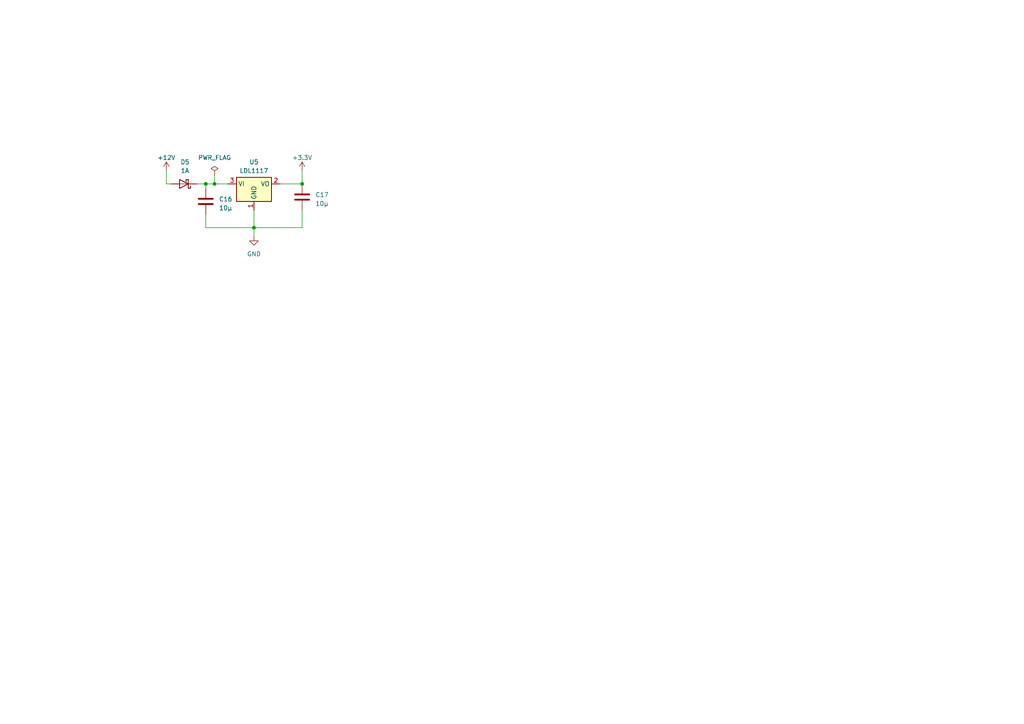
<source format=kicad_sch>
(kicad_sch
	(version 20231120)
	(generator "eeschema")
	(generator_version "8.0")
	(uuid "0d516a57-5151-48a4-bfe9-12c62db13a41")
	(paper "A4")
	(title_block
		(title "PDU FT24")
		(company "Nived Jayaprakash Nambiar ")
		(comment 1 "FasTTUBe Electronics")
	)
	(lib_symbols
		(symbol "Device:C"
			(pin_numbers hide)
			(pin_names
				(offset 0.254)
			)
			(exclude_from_sim no)
			(in_bom yes)
			(on_board yes)
			(property "Reference" "C"
				(at 0.635 2.54 0)
				(effects
					(font
						(size 1.27 1.27)
					)
					(justify left)
				)
			)
			(property "Value" "C"
				(at 0.635 -2.54 0)
				(effects
					(font
						(size 1.27 1.27)
					)
					(justify left)
				)
			)
			(property "Footprint" ""
				(at 0.9652 -3.81 0)
				(effects
					(font
						(size 1.27 1.27)
					)
					(hide yes)
				)
			)
			(property "Datasheet" "~"
				(at 0 0 0)
				(effects
					(font
						(size 1.27 1.27)
					)
					(hide yes)
				)
			)
			(property "Description" "Unpolarized capacitor"
				(at 0 0 0)
				(effects
					(font
						(size 1.27 1.27)
					)
					(hide yes)
				)
			)
			(property "ki_keywords" "cap capacitor"
				(at 0 0 0)
				(effects
					(font
						(size 1.27 1.27)
					)
					(hide yes)
				)
			)
			(property "ki_fp_filters" "C_*"
				(at 0 0 0)
				(effects
					(font
						(size 1.27 1.27)
					)
					(hide yes)
				)
			)
			(symbol "C_0_1"
				(polyline
					(pts
						(xy -2.032 -0.762) (xy 2.032 -0.762)
					)
					(stroke
						(width 0.508)
						(type default)
					)
					(fill
						(type none)
					)
				)
				(polyline
					(pts
						(xy -2.032 0.762) (xy 2.032 0.762)
					)
					(stroke
						(width 0.508)
						(type default)
					)
					(fill
						(type none)
					)
				)
			)
			(symbol "C_1_1"
				(pin passive line
					(at 0 3.81 270)
					(length 2.794)
					(name "~"
						(effects
							(font
								(size 1.27 1.27)
							)
						)
					)
					(number "1"
						(effects
							(font
								(size 1.27 1.27)
							)
						)
					)
				)
				(pin passive line
					(at 0 -3.81 90)
					(length 2.794)
					(name "~"
						(effects
							(font
								(size 1.27 1.27)
							)
						)
					)
					(number "2"
						(effects
							(font
								(size 1.27 1.27)
							)
						)
					)
				)
			)
		)
		(symbol "Device:D_Schottky"
			(pin_numbers hide)
			(pin_names
				(offset 1.016) hide)
			(exclude_from_sim no)
			(in_bom yes)
			(on_board yes)
			(property "Reference" "D"
				(at 0 2.54 0)
				(effects
					(font
						(size 1.27 1.27)
					)
				)
			)
			(property "Value" "D_Schottky"
				(at 0 -2.54 0)
				(effects
					(font
						(size 1.27 1.27)
					)
				)
			)
			(property "Footprint" ""
				(at 0 0 0)
				(effects
					(font
						(size 1.27 1.27)
					)
					(hide yes)
				)
			)
			(property "Datasheet" "~"
				(at 0 0 0)
				(effects
					(font
						(size 1.27 1.27)
					)
					(hide yes)
				)
			)
			(property "Description" "Schottky diode"
				(at 0 0 0)
				(effects
					(font
						(size 1.27 1.27)
					)
					(hide yes)
				)
			)
			(property "ki_keywords" "diode Schottky"
				(at 0 0 0)
				(effects
					(font
						(size 1.27 1.27)
					)
					(hide yes)
				)
			)
			(property "ki_fp_filters" "TO-???* *_Diode_* *SingleDiode* D_*"
				(at 0 0 0)
				(effects
					(font
						(size 1.27 1.27)
					)
					(hide yes)
				)
			)
			(symbol "D_Schottky_0_1"
				(polyline
					(pts
						(xy 1.27 0) (xy -1.27 0)
					)
					(stroke
						(width 0)
						(type default)
					)
					(fill
						(type none)
					)
				)
				(polyline
					(pts
						(xy 1.27 1.27) (xy 1.27 -1.27) (xy -1.27 0) (xy 1.27 1.27)
					)
					(stroke
						(width 0.254)
						(type default)
					)
					(fill
						(type none)
					)
				)
				(polyline
					(pts
						(xy -1.905 0.635) (xy -1.905 1.27) (xy -1.27 1.27) (xy -1.27 -1.27) (xy -0.635 -1.27) (xy -0.635 -0.635)
					)
					(stroke
						(width 0.254)
						(type default)
					)
					(fill
						(type none)
					)
				)
			)
			(symbol "D_Schottky_1_1"
				(pin passive line
					(at -3.81 0 0)
					(length 2.54)
					(name "K"
						(effects
							(font
								(size 1.27 1.27)
							)
						)
					)
					(number "1"
						(effects
							(font
								(size 1.27 1.27)
							)
						)
					)
				)
				(pin passive line
					(at 3.81 0 180)
					(length 2.54)
					(name "A"
						(effects
							(font
								(size 1.27 1.27)
							)
						)
					)
					(number "2"
						(effects
							(font
								(size 1.27 1.27)
							)
						)
					)
				)
			)
		)
		(symbol "Regulator_Linear:LD1117S33TR_SOT223"
			(exclude_from_sim no)
			(in_bom yes)
			(on_board yes)
			(property "Reference" "U"
				(at -3.81 3.175 0)
				(effects
					(font
						(size 1.27 1.27)
					)
				)
			)
			(property "Value" "LD1117S33TR_SOT223"
				(at 0 3.175 0)
				(effects
					(font
						(size 1.27 1.27)
					)
					(justify left)
				)
			)
			(property "Footprint" "Package_TO_SOT_SMD:SOT-223-3_TabPin2"
				(at 0 5.08 0)
				(effects
					(font
						(size 1.27 1.27)
					)
					(hide yes)
				)
			)
			(property "Datasheet" "http://www.st.com/st-web-ui/static/active/en/resource/technical/document/datasheet/CD00000544.pdf"
				(at 2.54 -6.35 0)
				(effects
					(font
						(size 1.27 1.27)
					)
					(hide yes)
				)
			)
			(property "Description" "800mA Fixed Low Drop Positive Voltage Regulator, Fixed Output 3.3V, SOT-223"
				(at 0 0 0)
				(effects
					(font
						(size 1.27 1.27)
					)
					(hide yes)
				)
			)
			(property "ki_keywords" "REGULATOR LDO 3.3V"
				(at 0 0 0)
				(effects
					(font
						(size 1.27 1.27)
					)
					(hide yes)
				)
			)
			(property "ki_fp_filters" "SOT?223*TabPin2*"
				(at 0 0 0)
				(effects
					(font
						(size 1.27 1.27)
					)
					(hide yes)
				)
			)
			(symbol "LD1117S33TR_SOT223_0_1"
				(rectangle
					(start -5.08 -5.08)
					(end 5.08 1.905)
					(stroke
						(width 0.254)
						(type default)
					)
					(fill
						(type background)
					)
				)
			)
			(symbol "LD1117S33TR_SOT223_1_1"
				(pin power_in line
					(at 0 -7.62 90)
					(length 2.54)
					(name "GND"
						(effects
							(font
								(size 1.27 1.27)
							)
						)
					)
					(number "1"
						(effects
							(font
								(size 1.27 1.27)
							)
						)
					)
				)
				(pin power_out line
					(at 7.62 0 180)
					(length 2.54)
					(name "VO"
						(effects
							(font
								(size 1.27 1.27)
							)
						)
					)
					(number "2"
						(effects
							(font
								(size 1.27 1.27)
							)
						)
					)
				)
				(pin power_in line
					(at -7.62 0 0)
					(length 2.54)
					(name "VI"
						(effects
							(font
								(size 1.27 1.27)
							)
						)
					)
					(number "3"
						(effects
							(font
								(size 1.27 1.27)
							)
						)
					)
				)
			)
		)
		(symbol "power:+12V"
			(power)
			(pin_names
				(offset 0)
			)
			(exclude_from_sim no)
			(in_bom yes)
			(on_board yes)
			(property "Reference" "#PWR"
				(at 0 -3.81 0)
				(effects
					(font
						(size 1.27 1.27)
					)
					(hide yes)
				)
			)
			(property "Value" "+12V"
				(at 0 3.556 0)
				(effects
					(font
						(size 1.27 1.27)
					)
				)
			)
			(property "Footprint" ""
				(at 0 0 0)
				(effects
					(font
						(size 1.27 1.27)
					)
					(hide yes)
				)
			)
			(property "Datasheet" ""
				(at 0 0 0)
				(effects
					(font
						(size 1.27 1.27)
					)
					(hide yes)
				)
			)
			(property "Description" "Power symbol creates a global label with name \"+12V\""
				(at 0 0 0)
				(effects
					(font
						(size 1.27 1.27)
					)
					(hide yes)
				)
			)
			(property "ki_keywords" "global power"
				(at 0 0 0)
				(effects
					(font
						(size 1.27 1.27)
					)
					(hide yes)
				)
			)
			(symbol "+12V_0_1"
				(polyline
					(pts
						(xy -0.762 1.27) (xy 0 2.54)
					)
					(stroke
						(width 0)
						(type default)
					)
					(fill
						(type none)
					)
				)
				(polyline
					(pts
						(xy 0 0) (xy 0 2.54)
					)
					(stroke
						(width 0)
						(type default)
					)
					(fill
						(type none)
					)
				)
				(polyline
					(pts
						(xy 0 2.54) (xy 0.762 1.27)
					)
					(stroke
						(width 0)
						(type default)
					)
					(fill
						(type none)
					)
				)
			)
			(symbol "+12V_1_1"
				(pin power_in line
					(at 0 0 90)
					(length 0) hide
					(name "+12V"
						(effects
							(font
								(size 1.27 1.27)
							)
						)
					)
					(number "1"
						(effects
							(font
								(size 1.27 1.27)
							)
						)
					)
				)
			)
		)
		(symbol "power:+3.3V"
			(power)
			(pin_names
				(offset 0)
			)
			(exclude_from_sim no)
			(in_bom yes)
			(on_board yes)
			(property "Reference" "#PWR"
				(at 0 -3.81 0)
				(effects
					(font
						(size 1.27 1.27)
					)
					(hide yes)
				)
			)
			(property "Value" "+3.3V"
				(at 0 3.556 0)
				(effects
					(font
						(size 1.27 1.27)
					)
				)
			)
			(property "Footprint" ""
				(at 0 0 0)
				(effects
					(font
						(size 1.27 1.27)
					)
					(hide yes)
				)
			)
			(property "Datasheet" ""
				(at 0 0 0)
				(effects
					(font
						(size 1.27 1.27)
					)
					(hide yes)
				)
			)
			(property "Description" "Power symbol creates a global label with name \"+3.3V\""
				(at 0 0 0)
				(effects
					(font
						(size 1.27 1.27)
					)
					(hide yes)
				)
			)
			(property "ki_keywords" "global power"
				(at 0 0 0)
				(effects
					(font
						(size 1.27 1.27)
					)
					(hide yes)
				)
			)
			(symbol "+3.3V_0_1"
				(polyline
					(pts
						(xy -0.762 1.27) (xy 0 2.54)
					)
					(stroke
						(width 0)
						(type default)
					)
					(fill
						(type none)
					)
				)
				(polyline
					(pts
						(xy 0 0) (xy 0 2.54)
					)
					(stroke
						(width 0)
						(type default)
					)
					(fill
						(type none)
					)
				)
				(polyline
					(pts
						(xy 0 2.54) (xy 0.762 1.27)
					)
					(stroke
						(width 0)
						(type default)
					)
					(fill
						(type none)
					)
				)
			)
			(symbol "+3.3V_1_1"
				(pin power_in line
					(at 0 0 90)
					(length 0) hide
					(name "+3.3V"
						(effects
							(font
								(size 1.27 1.27)
							)
						)
					)
					(number "1"
						(effects
							(font
								(size 1.27 1.27)
							)
						)
					)
				)
			)
		)
		(symbol "power:GND"
			(power)
			(pin_names
				(offset 0)
			)
			(exclude_from_sim no)
			(in_bom yes)
			(on_board yes)
			(property "Reference" "#PWR"
				(at 0 -6.35 0)
				(effects
					(font
						(size 1.27 1.27)
					)
					(hide yes)
				)
			)
			(property "Value" "GND"
				(at 0 -3.81 0)
				(effects
					(font
						(size 1.27 1.27)
					)
				)
			)
			(property "Footprint" ""
				(at 0 0 0)
				(effects
					(font
						(size 1.27 1.27)
					)
					(hide yes)
				)
			)
			(property "Datasheet" ""
				(at 0 0 0)
				(effects
					(font
						(size 1.27 1.27)
					)
					(hide yes)
				)
			)
			(property "Description" "Power symbol creates a global label with name \"GND\" , ground"
				(at 0 0 0)
				(effects
					(font
						(size 1.27 1.27)
					)
					(hide yes)
				)
			)
			(property "ki_keywords" "global power"
				(at 0 0 0)
				(effects
					(font
						(size 1.27 1.27)
					)
					(hide yes)
				)
			)
			(symbol "GND_0_1"
				(polyline
					(pts
						(xy 0 0) (xy 0 -1.27) (xy 1.27 -1.27) (xy 0 -2.54) (xy -1.27 -1.27) (xy 0 -1.27)
					)
					(stroke
						(width 0)
						(type default)
					)
					(fill
						(type none)
					)
				)
			)
			(symbol "GND_1_1"
				(pin power_in line
					(at 0 0 270)
					(length 0) hide
					(name "GND"
						(effects
							(font
								(size 1.27 1.27)
							)
						)
					)
					(number "1"
						(effects
							(font
								(size 1.27 1.27)
							)
						)
					)
				)
			)
		)
		(symbol "power:PWR_FLAG"
			(power)
			(pin_numbers hide)
			(pin_names
				(offset 0) hide)
			(exclude_from_sim no)
			(in_bom yes)
			(on_board yes)
			(property "Reference" "#FLG"
				(at 0 1.905 0)
				(effects
					(font
						(size 1.27 1.27)
					)
					(hide yes)
				)
			)
			(property "Value" "PWR_FLAG"
				(at 0 3.81 0)
				(effects
					(font
						(size 1.27 1.27)
					)
				)
			)
			(property "Footprint" ""
				(at 0 0 0)
				(effects
					(font
						(size 1.27 1.27)
					)
					(hide yes)
				)
			)
			(property "Datasheet" "~"
				(at 0 0 0)
				(effects
					(font
						(size 1.27 1.27)
					)
					(hide yes)
				)
			)
			(property "Description" "Special symbol for telling ERC where power comes from"
				(at 0 0 0)
				(effects
					(font
						(size 1.27 1.27)
					)
					(hide yes)
				)
			)
			(property "ki_keywords" "flag power"
				(at 0 0 0)
				(effects
					(font
						(size 1.27 1.27)
					)
					(hide yes)
				)
			)
			(symbol "PWR_FLAG_0_0"
				(pin power_out line
					(at 0 0 90)
					(length 0)
					(name "pwr"
						(effects
							(font
								(size 1.27 1.27)
							)
						)
					)
					(number "1"
						(effects
							(font
								(size 1.27 1.27)
							)
						)
					)
				)
			)
			(symbol "PWR_FLAG_0_1"
				(polyline
					(pts
						(xy 0 0) (xy 0 1.27) (xy -1.016 1.905) (xy 0 2.54) (xy 1.016 1.905) (xy 0 1.27)
					)
					(stroke
						(width 0)
						(type default)
					)
					(fill
						(type none)
					)
				)
			)
		)
	)
	(junction
		(at 62.23 53.34)
		(diameter 0)
		(color 0 0 0 0)
		(uuid "c674cfcf-4039-448c-bc5f-eecd02a2b806")
	)
	(junction
		(at 73.66 66.04)
		(diameter 0)
		(color 0 0 0 0)
		(uuid "d23fe69c-15e8-4a45-ac8e-23dcd7b5c339")
	)
	(junction
		(at 87.63 53.34)
		(diameter 0)
		(color 0 0 0 0)
		(uuid "ebec07fb-5d00-49d0-ae06-e534b1b925ea")
	)
	(junction
		(at 59.69 53.34)
		(diameter 0)
		(color 0 0 0 0)
		(uuid "faf79345-65d7-488a-ac9a-07a218e35c9f")
	)
	(wire
		(pts
			(xy 73.66 66.04) (xy 59.69 66.04)
		)
		(stroke
			(width 0)
			(type default)
		)
		(uuid "048a2220-21f8-4e32-befb-85e0130996ad")
	)
	(wire
		(pts
			(xy 73.66 60.96) (xy 73.66 66.04)
		)
		(stroke
			(width 0)
			(type default)
		)
		(uuid "057959f5-138f-4457-98b5-bbd2b255827e")
	)
	(wire
		(pts
			(xy 87.63 49.53) (xy 87.63 53.34)
		)
		(stroke
			(width 0)
			(type default)
		)
		(uuid "0c30fa33-59af-41fd-8c8a-57cddd9ef63e")
	)
	(wire
		(pts
			(xy 62.23 53.34) (xy 66.04 53.34)
		)
		(stroke
			(width 0)
			(type default)
		)
		(uuid "152ab00f-3cf9-4776-bd89-4d31b1da9473")
	)
	(wire
		(pts
			(xy 73.66 66.04) (xy 87.63 66.04)
		)
		(stroke
			(width 0)
			(type default)
		)
		(uuid "288ce09c-5d5f-4fa8-b610-e2119e85b26b")
	)
	(wire
		(pts
			(xy 62.23 53.34) (xy 62.23 50.8)
		)
		(stroke
			(width 0)
			(type default)
		)
		(uuid "2e895059-437d-4cb8-9a57-0300d1742f19")
	)
	(wire
		(pts
			(xy 59.69 54.61) (xy 59.69 53.34)
		)
		(stroke
			(width 0)
			(type default)
		)
		(uuid "33ddff1c-f2d3-4b81-8acc-1c3e4ff38d34")
	)
	(wire
		(pts
			(xy 59.69 53.34) (xy 62.23 53.34)
		)
		(stroke
			(width 0)
			(type default)
		)
		(uuid "35238f3e-c06f-433c-91ff-e1b5d7f32a9e")
	)
	(wire
		(pts
			(xy 48.26 49.53) (xy 48.26 53.34)
		)
		(stroke
			(width 0)
			(type default)
		)
		(uuid "498d0eb4-4788-4ab6-81c2-524cf4bbbf7c")
	)
	(wire
		(pts
			(xy 59.69 62.23) (xy 59.69 66.04)
		)
		(stroke
			(width 0)
			(type default)
		)
		(uuid "613a22fc-5c4d-440d-b04e-273afa52597d")
	)
	(wire
		(pts
			(xy 48.26 53.34) (xy 49.53 53.34)
		)
		(stroke
			(width 0)
			(type default)
		)
		(uuid "a42a3b04-0798-43e7-8571-8b85f659af47")
	)
	(wire
		(pts
			(xy 87.63 60.96) (xy 87.63 66.04)
		)
		(stroke
			(width 0)
			(type default)
		)
		(uuid "c53faecd-f397-4965-a029-e46d78b396d3")
	)
	(wire
		(pts
			(xy 59.69 53.34) (xy 57.15 53.34)
		)
		(stroke
			(width 0)
			(type default)
		)
		(uuid "dbbbb11a-ac55-4600-9510-9663bae9ad3c")
	)
	(wire
		(pts
			(xy 87.63 53.34) (xy 81.28 53.34)
		)
		(stroke
			(width 0)
			(type default)
		)
		(uuid "dc4e421e-5119-4ec2-90d5-294f017f3138")
	)
	(wire
		(pts
			(xy 73.66 66.04) (xy 73.66 68.58)
		)
		(stroke
			(width 0)
			(type default)
		)
		(uuid "ef947392-fd39-4d74-9071-ba3095fe419c")
	)
	(symbol
		(lib_id "Device:C")
		(at 87.63 57.15 0)
		(unit 1)
		(exclude_from_sim no)
		(in_bom yes)
		(on_board yes)
		(dnp no)
		(fields_autoplaced yes)
		(uuid "1c009270-5161-4b29-91a6-15a168300843")
		(property "Reference" "C17"
			(at 91.44 56.515 0)
			(effects
				(font
					(size 1.27 1.27)
				)
				(justify left)
			)
		)
		(property "Value" "10µ"
			(at 91.44 59.055 0)
			(effects
				(font
					(size 1.27 1.27)
				)
				(justify left)
			)
		)
		(property "Footprint" "Capacitor_SMD:C_1206_3216Metric"
			(at 88.5952 60.96 0)
			(effects
				(font
					(size 1.27 1.27)
				)
				(hide yes)
			)
		)
		(property "Datasheet" "~"
			(at 87.63 57.15 0)
			(effects
				(font
					(size 1.27 1.27)
				)
				(hide yes)
			)
		)
		(property "Description" ""
			(at 87.63 57.15 0)
			(effects
				(font
					(size 1.27 1.27)
				)
				(hide yes)
			)
		)
		(pin "1"
			(uuid "fd70cc34-a0e5-489a-9f80-bdc925df4eaf")
		)
		(pin "2"
			(uuid "2eef5f7a-71ad-4d68-ab58-1c378ff203aa")
		)
		(instances
			(project "PDU FT24"
				(path "/cba93115-b7ba-40c8-a438-b74eea4adf4d/27ff76aa-7f65-49fe-8358-3575a2f29ca5"
					(reference "C17")
					(unit 1)
				)
			)
		)
	)
	(symbol
		(lib_id "power:+12V")
		(at 48.26 49.53 0)
		(unit 1)
		(exclude_from_sim no)
		(in_bom yes)
		(on_board yes)
		(dnp no)
		(fields_autoplaced yes)
		(uuid "211da9d0-7a55-44d5-8470-bc6b4ce4de41")
		(property "Reference" "#PWR046"
			(at 48.26 53.34 0)
			(effects
				(font
					(size 1.27 1.27)
				)
				(hide yes)
			)
		)
		(property "Value" "+12V"
			(at 48.26 45.72 0)
			(effects
				(font
					(size 1.27 1.27)
				)
			)
		)
		(property "Footprint" ""
			(at 48.26 49.53 0)
			(effects
				(font
					(size 1.27 1.27)
				)
				(hide yes)
			)
		)
		(property "Datasheet" ""
			(at 48.26 49.53 0)
			(effects
				(font
					(size 1.27 1.27)
				)
				(hide yes)
			)
		)
		(property "Description" ""
			(at 48.26 49.53 0)
			(effects
				(font
					(size 1.27 1.27)
				)
				(hide yes)
			)
		)
		(pin "1"
			(uuid "7b6a6915-ab2a-4965-89a3-c540fb51778b")
		)
		(instances
			(project "PDU FT24"
				(path "/cba93115-b7ba-40c8-a438-b74eea4adf4d/27ff76aa-7f65-49fe-8358-3575a2f29ca5"
					(reference "#PWR046")
					(unit 1)
				)
			)
		)
	)
	(symbol
		(lib_id "Device:C")
		(at 59.69 58.42 0)
		(unit 1)
		(exclude_from_sim no)
		(in_bom yes)
		(on_board yes)
		(dnp no)
		(fields_autoplaced yes)
		(uuid "23e41c1a-11a9-40eb-a73d-cd80c10f5a9f")
		(property "Reference" "C16"
			(at 63.5 57.785 0)
			(effects
				(font
					(size 1.27 1.27)
				)
				(justify left)
			)
		)
		(property "Value" "10µ"
			(at 63.5 60.325 0)
			(effects
				(font
					(size 1.27 1.27)
				)
				(justify left)
			)
		)
		(property "Footprint" "Capacitor_SMD:C_1206_3216Metric"
			(at 60.6552 62.23 0)
			(effects
				(font
					(size 1.27 1.27)
				)
				(hide yes)
			)
		)
		(property "Datasheet" "~"
			(at 59.69 58.42 0)
			(effects
				(font
					(size 1.27 1.27)
				)
				(hide yes)
			)
		)
		(property "Description" ""
			(at 59.69 58.42 0)
			(effects
				(font
					(size 1.27 1.27)
				)
				(hide yes)
			)
		)
		(pin "1"
			(uuid "8433bafc-2256-47a0-b0dc-4175de03fbb0")
		)
		(pin "2"
			(uuid "2361bcba-2dda-4a67-b532-104bc707c3eb")
		)
		(instances
			(project "PDU FT24"
				(path "/cba93115-b7ba-40c8-a438-b74eea4adf4d/27ff76aa-7f65-49fe-8358-3575a2f29ca5"
					(reference "C16")
					(unit 1)
				)
			)
		)
	)
	(symbol
		(lib_id "Device:D_Schottky")
		(at 53.34 53.34 180)
		(unit 1)
		(exclude_from_sim no)
		(in_bom yes)
		(on_board yes)
		(dnp no)
		(fields_autoplaced yes)
		(uuid "628ee600-3291-4756-be75-3835edb74846")
		(property "Reference" "D5"
			(at 53.6575 46.99 0)
			(effects
				(font
					(size 1.27 1.27)
				)
			)
		)
		(property "Value" "1A"
			(at 53.6575 49.53 0)
			(effects
				(font
					(size 1.27 1.27)
				)
			)
		)
		(property "Footprint" "Diode_SMD:D_SOD-123F"
			(at 53.34 53.34 0)
			(effects
				(font
					(size 1.27 1.27)
				)
				(hide yes)
			)
		)
		(property "Datasheet" "https://www.mouser.de/datasheet/2/389/stpst1h100-3107187.pdf"
			(at 53.34 53.34 0)
			(effects
				(font
					(size 1.27 1.27)
				)
				(hide yes)
			)
		)
		(property "Description" ""
			(at 53.34 53.34 0)
			(effects
				(font
					(size 1.27 1.27)
				)
				(hide yes)
			)
		)
		(pin "1"
			(uuid "ac4920f0-e6d6-44c3-8f9a-4c75e9abd686")
		)
		(pin "2"
			(uuid "ff5af16f-3d33-4d55-b193-310787470756")
		)
		(instances
			(project "PDU FT24"
				(path "/cba93115-b7ba-40c8-a438-b74eea4adf4d/27ff76aa-7f65-49fe-8358-3575a2f29ca5"
					(reference "D5")
					(unit 1)
				)
			)
		)
	)
	(symbol
		(lib_id "power:GND")
		(at 73.66 68.58 0)
		(unit 1)
		(exclude_from_sim no)
		(in_bom yes)
		(on_board yes)
		(dnp no)
		(fields_autoplaced yes)
		(uuid "6b0f62a9-a36d-4a02-b863-5cac6ca8c6c0")
		(property "Reference" "#PWR047"
			(at 73.66 74.93 0)
			(effects
				(font
					(size 1.27 1.27)
				)
				(hide yes)
			)
		)
		(property "Value" "GND"
			(at 73.66 73.66 0)
			(effects
				(font
					(size 1.27 1.27)
				)
			)
		)
		(property "Footprint" ""
			(at 73.66 68.58 0)
			(effects
				(font
					(size 1.27 1.27)
				)
				(hide yes)
			)
		)
		(property "Datasheet" ""
			(at 73.66 68.58 0)
			(effects
				(font
					(size 1.27 1.27)
				)
				(hide yes)
			)
		)
		(property "Description" ""
			(at 73.66 68.58 0)
			(effects
				(font
					(size 1.27 1.27)
				)
				(hide yes)
			)
		)
		(pin "1"
			(uuid "8e17b7bc-0cb2-4ed0-9ea7-59186f7a6a55")
		)
		(instances
			(project "PDU FT24"
				(path "/cba93115-b7ba-40c8-a438-b74eea4adf4d/27ff76aa-7f65-49fe-8358-3575a2f29ca5"
					(reference "#PWR047")
					(unit 1)
				)
			)
		)
	)
	(symbol
		(lib_id "power:+3.3V")
		(at 87.63 49.53 0)
		(unit 1)
		(exclude_from_sim no)
		(in_bom yes)
		(on_board yes)
		(dnp no)
		(fields_autoplaced yes)
		(uuid "b086fd94-b2c4-4306-b4dd-3a2e08ebce38")
		(property "Reference" "#PWR081"
			(at 87.63 53.34 0)
			(effects
				(font
					(size 1.27 1.27)
				)
				(hide yes)
			)
		)
		(property "Value" "+3.3V"
			(at 87.63 45.72 0)
			(effects
				(font
					(size 1.27 1.27)
				)
			)
		)
		(property "Footprint" ""
			(at 87.63 49.53 0)
			(effects
				(font
					(size 1.27 1.27)
				)
				(hide yes)
			)
		)
		(property "Datasheet" ""
			(at 87.63 49.53 0)
			(effects
				(font
					(size 1.27 1.27)
				)
				(hide yes)
			)
		)
		(property "Description" ""
			(at 87.63 49.53 0)
			(effects
				(font
					(size 1.27 1.27)
				)
				(hide yes)
			)
		)
		(pin "1"
			(uuid "3e5885c1-4955-4e6f-89e5-5d7db5093e0b")
		)
		(instances
			(project "PDU FT24"
				(path "/cba93115-b7ba-40c8-a438-b74eea4adf4d/27ff76aa-7f65-49fe-8358-3575a2f29ca5"
					(reference "#PWR081")
					(unit 1)
				)
			)
		)
	)
	(symbol
		(lib_id "Regulator_Linear:LD1117S33TR_SOT223")
		(at 73.66 53.34 0)
		(unit 1)
		(exclude_from_sim no)
		(in_bom yes)
		(on_board yes)
		(dnp no)
		(fields_autoplaced yes)
		(uuid "df3230ee-9c7b-4893-b2c0-e8e3b09a67c4")
		(property "Reference" "U5"
			(at 73.66 46.99 0)
			(effects
				(font
					(size 1.27 1.27)
				)
			)
		)
		(property "Value" "LDL1117"
			(at 73.66 49.53 0)
			(effects
				(font
					(size 1.27 1.27)
				)
			)
		)
		(property "Footprint" "Package_TO_SOT_SMD:SOT-223-3_TabPin2"
			(at 73.66 48.26 0)
			(effects
				(font
					(size 1.27 1.27)
				)
				(hide yes)
			)
		)
		(property "Datasheet" "http://www.st.com/st-web-ui/static/active/en/resource/technical/document/datasheet/CD00000544.pdf"
			(at 76.2 59.69 0)
			(effects
				(font
					(size 1.27 1.27)
				)
				(hide yes)
			)
		)
		(property "Description" ""
			(at 73.66 53.34 0)
			(effects
				(font
					(size 1.27 1.27)
				)
				(hide yes)
			)
		)
		(pin "3"
			(uuid "bc6b817d-c511-40b9-8b58-914e68fa206d")
		)
		(pin "2"
			(uuid "6108c3dc-c9df-4958-9d4c-5d5b7c0b9859")
		)
		(pin "1"
			(uuid "887abe43-4294-49b3-8c15-1b38c4fcd7bb")
		)
		(instances
			(project "PDU FT24"
				(path "/cba93115-b7ba-40c8-a438-b74eea4adf4d/27ff76aa-7f65-49fe-8358-3575a2f29ca5"
					(reference "U5")
					(unit 1)
				)
			)
		)
	)
	(symbol
		(lib_id "power:PWR_FLAG")
		(at 62.23 50.8 0)
		(unit 1)
		(exclude_from_sim no)
		(in_bom yes)
		(on_board yes)
		(dnp no)
		(fields_autoplaced yes)
		(uuid "ef117b4d-7cd8-4a66-961a-72e4bd68aa7d")
		(property "Reference" "#FLG01"
			(at 62.23 48.895 0)
			(effects
				(font
					(size 1.27 1.27)
				)
				(hide yes)
			)
		)
		(property "Value" "PWR_FLAG"
			(at 62.23 45.72 0)
			(effects
				(font
					(size 1.27 1.27)
				)
			)
		)
		(property "Footprint" ""
			(at 62.23 50.8 0)
			(effects
				(font
					(size 1.27 1.27)
				)
				(hide yes)
			)
		)
		(property "Datasheet" "~"
			(at 62.23 50.8 0)
			(effects
				(font
					(size 1.27 1.27)
				)
				(hide yes)
			)
		)
		(property "Description" ""
			(at 62.23 50.8 0)
			(effects
				(font
					(size 1.27 1.27)
				)
				(hide yes)
			)
		)
		(pin "1"
			(uuid "0d3709ac-abb2-4d2d-bedf-690107e51b13")
		)
		(instances
			(project "PDU FT24"
				(path "/cba93115-b7ba-40c8-a438-b74eea4adf4d/27ff76aa-7f65-49fe-8358-3575a2f29ca5"
					(reference "#FLG01")
					(unit 1)
				)
			)
		)
	)
)
</source>
